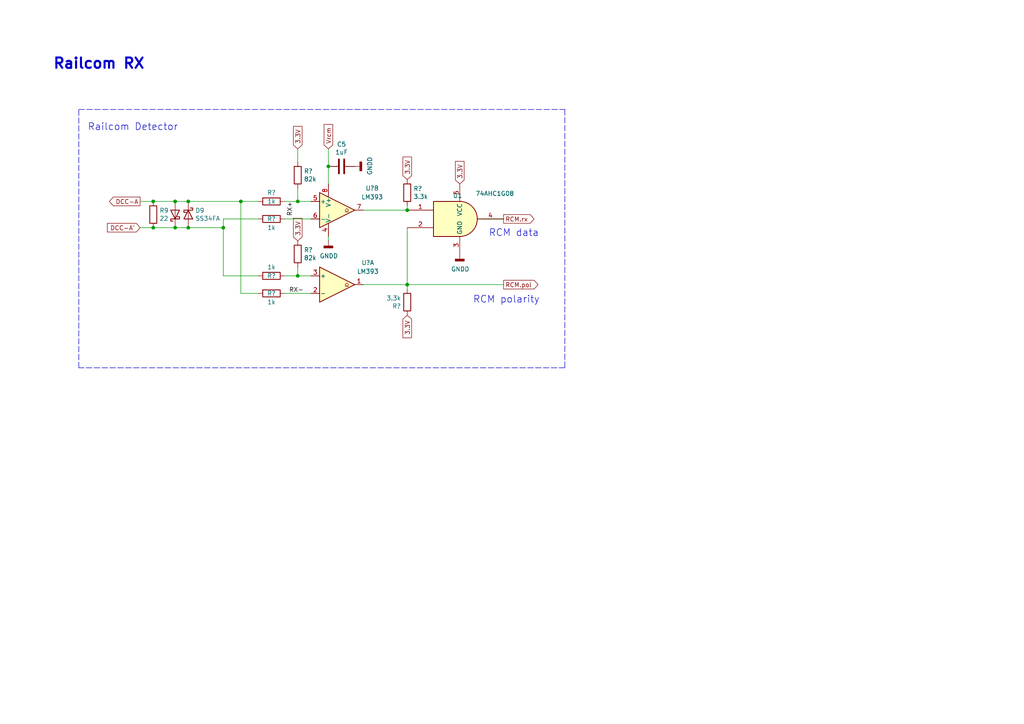
<source format=kicad_sch>
(kicad_sch (version 20250114) (generator "eeschema") (generator_version "9.0")
  (paper "A4")
  (title_block (title "RTB C12 Module") (date "2025-09-22") (rev "2") (company "Frank Schumacher") (comment 1 "Booster"))
  (lib_symbols
    (symbol "74xGxx:74AHC1G08"
      (property "Reference" "U" (at -2.54 3.81 0))
      (property "Value" "74AHC1G08" (at 0 -3.81 0))
      (symbol "74AHC1G08_0_1"
        (arc (start 0 5.08) (mid 5.0579 0) (end 0 -5.08) (stroke (width 0.254)) (fill (type background)))
        (polyline (pts (xy 0 -5.08) (xy -7.62 -5.08) (xy -7.62 5.08) (xy 0 5.08)) (stroke (width 0.254)) (fill (type background)))
      )
      (symbol "74AHC1G08_1_1"
        (pin input line (at -15.24 2.54 0) (length 7.62) (name "~") (number "1"))
        (pin input line (at -15.24 -2.54 0) (length 7.62) (name "~") (number "2"))
        (pin power_in line (at 0 10.16 270) (length 5.08) (name "VCC") (number "5"))
        (pin power_in line (at 0 -10.16 90) (length 5.08) (name "GND") (number "3"))
        (pin output line (at 12.7 0 180) (length 7.62) (name "~") (number "4"))
      )
    )
    (symbol "Comparator:LM393" (pin_names (offset 0.127))
      (property "Reference" "U" (at 3.81 3.81 0))
      (property "Value" "LM393" (at 6.35 -3.81 0))
      (symbol "LM393_1_1"
        (polyline (pts (xy -5.08 5.08) (xy 5.08 0) (xy -5.08 -5.08) (xy -5.08 5.08)) (stroke (width 0.254)) (fill (type background)))
        (polyline (pts (xy 3.302 -0.508) (xy 2.794 -0.508) (xy 3.302 0) (xy 2.794 0.508) (xy 2.286 0) (xy 2.794 -0.508) (xy 2.286 -0.508)) (stroke (width 0.127)))
        (pin input line (at -7.62 2.54 0) (length 2.54) (name "+") (number "3"))
        (pin input line (at -7.62 -2.54 0) (length 2.54) (name "-") (number "2"))
        (pin open_collector line (at 7.62 0 180) (length 2.54) (name "~") (number "1"))
      )
      (symbol "LM393_2_1"
        (polyline (pts (xy -5.08 5.08) (xy 5.08 0) (xy -5.08 -5.08) (xy -5.08 5.08)) (stroke (width 0.254)) (fill (type background)))
        (polyline (pts (xy 3.302 -0.508) (xy 2.794 -0.508) (xy 3.302 0) (xy 2.794 0.508) (xy 2.286 0) (xy 2.794 -0.508) (xy 2.286 -0.508)) (stroke (width 0.127)))
        (pin input line (at -7.62 2.54 0) (length 2.54) (name "+") (number "5"))
        (pin input line (at -7.62 -2.54 0) (length 2.54) (name "-") (number "6"))
        (pin open_collector line (at 7.62 0 180) (length 2.54) (name "~") (number "7"))
      )
      (symbol "LM393_3_1"
        (pin power_in line (at -2.54 7.62 270) (length 3.81) (name "V+") (number "8"))
        (pin power_in line (at -2.54 -7.62 90) (length 3.81) (name "V-") (number "4"))
      )
    )
    (symbol "Device:C" (pin_numbers (hide yes)) (pin_names (offset 0.254))
      (property "Reference" "C" (at 0.635 2.54 0))
      (property "Value" "C" (at 0.635 -2.54 0))
      (symbol "C_0_1"
        (polyline (pts (xy -2.032 0.762) (xy 2.032 0.762)) (stroke (width 0.508)))
        (polyline (pts (xy -2.032 -0.762) (xy 2.032 -0.762)) (stroke (width 0.508)))
      )
      (symbol "C_1_1"
        (pin passive line (at 0 3.81 270) (length 2.794) (name "~") (number "1"))
        (pin passive line (at 0 -3.81 90) (length 2.794) (name "~") (number "2"))
      )
    )
    (symbol "Device:R" (pin_numbers (hide yes)) (pin_names (offset 0))
      (property "Reference" "R" (at 2.032 0 90))
      (property "Value" "R" (at 0 0 90))
      (symbol "R_0_1"
        (rectangle (start -1.016 -2.54) (end 1.016 2.54) (stroke (width 0.254)))
      )
      (symbol "R_1_1"
        (pin passive line (at 0 3.81 270) (length 1.27) (name "~") (number "1"))
        (pin passive line (at 0 -3.81 90) (length 1.27) (name "~") (number "2"))
      )
    )
    (symbol "Diode:BAT41" (pin_numbers (hide yes)) (pin_names (offset 1.016) (hide yes))
      (property "Reference" "D" (at 0 2.54 0))
      (property "Value" "BAT41" (at 0 -2.54 0))
      (symbol "BAT41_0_1"
        (polyline (pts (xy -1.905 0.635) (xy -1.905 1.27) (xy -1.27 1.27) (xy -1.27 -1.27) (xy -0.635 -1.27) (xy -0.635 -0.635)) (stroke (width 0.254)))
        (polyline (pts (xy 1.27 1.27) (xy 1.27 -1.27) (xy -1.27 0) (xy 1.27 1.27)) (stroke (width 0.254)))
        (polyline (pts (xy 1.27 0) (xy -1.27 0)))
      )
      (symbol "BAT41_1_1"
        (pin passive line (at -3.81 0 0) (length 2.54) (name "K") (number "1"))
        (pin passive line (at 3.81 0 180) (length 2.54) (name "A") (number "2"))
      )
    )
    (symbol "power:GNDD" (power) (pin_numbers (hide yes)) (pin_names (offset 0) (hide yes))
      (property "Value" "GNDD" (at 0 -3.175 0))
      (symbol "GNDD_0_1"
        (rectangle (start -1.27 -1.524) (end 1.27 -2.032) (stroke (width 0.254)) (fill (type outline)))
        (polyline (pts (xy 0 0) (xy 0 -1.524)))
      )
      (symbol "GNDD_1_1"
        (pin power_in line (at 0 0 270) (length 0) (name "~") (number "1"))
      )
    )
  )
  (text "Railcom Detector" (at 25.4 38.1 0) (effects (font (size 2.0066 2.0066)) (justify left bottom)))
  (text "Railcom RX" (at 15.24 20.32 0) (effects (font (size 2.9972 2.9972) (thickness 0.5994) (bold yes)) (justify left bottom)))
  (text "RCM polarity" (at 137.16 88.138 0) (effects (font (size 2.0066 2.0066)) (justify left bottom)))
  (text "RCM data" (at 141.732 68.834 0) (effects (font (size 2.0066 2.0066)) (justify left bottom)))
  (junction (at 86.36 58.42))
  (junction (at 86.36 80.01))
  (junction (at 54.61 58.42))
  (junction (at 44.45 66.04))
  (junction (at 44.45 58.42))
  (junction (at 69.85 58.42))
  (junction (at 118.11 60.96))
  (junction (at 118.11 82.55))
  (junction (at 50.8 58.42))
  (junction (at 64.77 66.04))
  (junction (at 54.61 66.04))
  (junction (at 50.8 66.04))
  (junction (at 95.25 48.26))
  (wire (pts (xy 118.11 82.55) (xy 118.11 83.82)))
  (wire (pts (xy 69.85 58.42) (xy 54.61 58.42)))
  (wire (pts (xy 95.25 48.26) (xy 95.25 53.34)))
  (wire (pts (xy 118.11 59.69) (xy 118.11 60.96)))
  (wire (pts (xy 139.7 63.5) (xy 146.05 63.5)))
  (wire (pts (xy 74.93 80.01) (xy 64.77 80.01)))
  (wire (pts (xy 86.36 80.01) (xy 90.17 80.01)))
  (wire (pts (xy 105.41 60.96) (xy 118.11 60.96)))
  (wire (pts (xy 54.61 66.04) (xy 64.77 66.04)))
  (wire (pts (xy 44.45 58.42) (xy 50.8 58.42)))
  (wire (pts (xy 40.64 58.42) (xy 44.45 58.42)))
  (polyline (pts (xy 22.86 31.75) (xy 163.83 31.75)) (stroke (width 0) (type dash)))
  (wire (pts (xy 95.25 68.58) (xy 95.25 69.85)))
  (wire (pts (xy 86.36 77.47) (xy 86.36 80.01)))
  (wire (pts (xy 50.8 66.04) (xy 54.61 66.04)))
  (wire (pts (xy 118.11 66.04) (xy 118.11 82.55)))
  (wire (pts (xy 118.11 82.55) (xy 146.05 82.55)))
  (wire (pts (xy 86.36 54.61) (xy 86.36 58.42)))
  (polyline (pts (xy 163.83 106.68) (xy 22.86 106.68)) (stroke (width 0) (type dash)))
  (wire (pts (xy 40.64 66.04) (xy 44.45 66.04)))
  (wire (pts (xy 74.93 58.42) (xy 69.85 58.42)))
  (wire (pts (xy 64.77 63.5) (xy 64.77 66.04)))
  (wire (pts (xy 54.61 58.42) (xy 50.8 58.42)))
  (wire (pts (xy 95.25 43.18) (xy 95.25 48.26)))
  (wire (pts (xy 90.17 58.42) (xy 86.36 58.42)))
  (wire (pts (xy 64.77 66.04) (xy 64.77 80.01)))
  (wire (pts (xy 86.36 58.42) (xy 82.55 58.42)))
  (wire (pts (xy 69.85 85.09) (xy 69.85 58.42)))
  (wire (pts (xy 82.55 85.09) (xy 90.17 85.09)))
  (wire (pts (xy 44.45 66.04) (xy 50.8 66.04)))
  (wire (pts (xy 86.36 43.18) (xy 86.36 46.99)))
  (wire (pts (xy 82.55 80.01) (xy 86.36 80.01)))
  (polyline (pts (xy 22.86 106.68) (xy 22.86 31.75)) (stroke (width 0) (type dash)))
  (wire (pts (xy 74.93 85.09) (xy 69.85 85.09)))
  (wire (pts (xy 74.93 63.5) (xy 64.77 63.5)))
  (wire (pts (xy 82.55 63.5) (xy 90.17 63.5)))
  (polyline (pts (xy 163.83 31.75) (xy 163.83 106.68)) (stroke (width 0) (type dash)))
  (wire (pts (xy 105.41 82.55) (xy 118.11 82.55)))
  (label "RX-" (at 83.82 85.09 0))
  (label "RX+" (at 85.09 58.42 270))
  (global_label "DCC-A'" (shape input) (at 40.64 66.04 180) (property "Intersheetrefs" "${INTERSHEET_REFS}" (effects (hide yes))))
  (global_label "DCC-A" (shape output) (at 40.64 58.42 180) (property "Intersheetrefs" "${INTERSHEET_REFS}" (effects (hide yes))))
  (global_label "3.3V" (shape input) (at 86.36 43.18 90) (property "Intersheetrefs" "${INTERSHEET_REFS}" (effects (hide yes))))
  (global_label "3.3V" (shape input) (at 86.36 69.85 90) (property "Intersheetrefs" "${INTERSHEET_REFS}" (effects (hide yes))))
  (global_label "RCM.pol" (shape output) (at 146.05 82.55 0) (property "Intersheetrefs" "${INTERSHEET_REFS}" (effects (hide yes))))
  (global_label "3.3V" (shape input) (at 118.11 91.44 270) (property "Intersheetrefs" "${INTERSHEET_REFS}" (effects (hide yes))))
  (global_label "RCM.rx" (shape output) (at 146.05 63.5 0) (property "Intersheetrefs" "${INTERSHEET_REFS}" (effects (hide yes))))
  (global_label "3.3V" (shape input) (at 133.35 53.34 90) (property "Intersheetrefs" "${INTERSHEET_REFS}" (effects (hide yes))))
  (global_label "3.3V" (shape input) (at 118.11 52.07 90) (property "Intersheetrefs" "${INTERSHEET_REFS}" (effects (hide yes))))
  (global_label "Vrcm" (shape input) (at 95.25 43.18 90) (property "Intersheetrefs" "${INTERSHEET_REFS}" (effects (hide yes))))
  (symbol (lib_id "Comparator:LM393") (at 97.79 60.96 0) (unit 2)
    (property "Reference" "U4" (at 107.95 54.61 0))
    (property "Value" "LM393" (at 107.95 57.15 0))
    (property "Footprint" "RTB:DFN-8-1EP_NG_2x2mm_Pitch0.5mm" (effects (hide yes)))
    (property "Datasheet" "http://www.ti.com/lit/ds/symlink/lm393-n.pdf" (effects (hide yes)))
    (property "Description" "1mV 2 20nA 300ns 450uA DFN-8(2x2) Comparators" (effects (hide yes)))
    (property "LCSC Part #" "C2970927" (effects (hide yes)))
    (instances (project "" (path "" (reference "U?") (unit 2)) (path "" (reference "U4") (unit 2))))
  )
  (symbol (lib_id "Comparator:LM393") (at 97.79 60.96 0) (unit 3)
    (property "Reference" "U4" (effects (hide yes)))
    (property "Value" "LM393" (effects (hide yes)))
    (property "Footprint" "RTB:DFN-8-1EP_NG_2x2mm_Pitch0.5mm" (effects (hide yes)))
    (property "Datasheet" "http://www.ti.com/lit/ds/symlink/lm393-n.pdf" (effects (hide yes)))
    (property "Description" "1mV 2 20nA 300ns 450uA DFN-8(2x2) Comparators" (effects (hide yes)))
    (property "LCSC Part #" "C2970927" (effects (hide yes)))
    (instances (project "" (path "" (reference "U?") (unit 3)) (path "" (reference "U4") (unit 3))))
  )
  (symbol (lib_id "Comparator:LM393") (at 97.79 82.55 0) (unit 1)
    (property "Reference" "U4" (at 106.68 76.2 0))
    (property "Value" "LM393" (at 106.68 78.74 0))
    (property "Footprint" "RTB:DFN-8-1EP_NG_2x2mm_Pitch0.5mm" (effects (hide yes)))
    (property "Datasheet" "http://www.ti.com/lit/ds/symlink/lm393-n.pdf" (effects (hide yes)))
    (property "Description" "1mV 2 20nA 300ns 450uA DFN-8(2x2) Comparators" (effects (hide yes)))
    (property "LCSC Part #" "C2970927" (effects (hide yes)))
    (instances (project "" (path "" (reference "U?") (unit 1)) (path "" (reference "U4") (unit 1))))
  )
  (symbol (lib_id "Device:R") (at 78.74 58.42 90) (unit 1)
    (property "Reference" "R5" (at 78.74 55.88 90))
    (property "Value" "1k" (at 78.74 58.42 90))
    (property "Footprint" "Resistor_SMD:R_0603_1608Metric" (effects (hide yes)))
    (property "Description" "100mW 1kΩ 75V Thick Film Resistor ±1%" (effects (hide yes)))
    (property "LCSC Part #" "C21190" (effects (hide yes)))
    (instances (project "" (path "" (reference "R?") (unit 1)) (path "" (reference "R5") (unit 1))))
  )
  (symbol (lib_id "Device:R") (at 86.36 50.8 0) (unit 1)
    (property "Reference" "R7" (at 88.138 49.6316 0) (effects (justify left)))
    (property "Value" "82k" (at 88.138 51.943 0) (effects (justify left)))
    (property "Footprint" "Resistor_SMD:R_0603_1608Metric" (effects (hide yes)))
    (property "Description" "100mW 75V 82kΩ Thick Film Resistor ±1%" (effects (hide yes)))
    (property "LCSC Part #" "C23254" (effects (hide yes)))
    (instances (project "" (path "" (reference "R?") (unit 1)) (path "" (reference "R7") (unit 1))))
  )
  (symbol (lib_id "Device:R") (at 78.74 85.09 90) (unit 1)
    (property "Reference" "R6" (at 78.74 85.09 90))
    (property "Value" "1k" (at 78.74 87.63 90))
    (property "Footprint" "Resistor_SMD:R_0603_1608Metric" (effects (hide yes)))
    (property "Description" "100mW 1kΩ 75V Thick Film Resistor ±1%" (effects (hide yes)))
    (property "LCSC Part #" "C21190" (effects (hide yes)))
    (instances (project "" (path "" (reference "R?") (unit 1)) (path "" (reference "R6") (unit 1))))
  )
  (symbol (lib_id "power:GNDD") (at 95.25 69.85 0) (unit 1)
    (property "Reference" "#PWR02" (effects (hide yes)))
    (property "Value" "GNDD" (at 95.377 74.2442 0))
    (instances (project "" (path "" (reference "#PWR?") (unit 1)) (path "" (reference "#PWR02") (unit 1))))
  )
  (symbol (lib_id "Device:R") (at 118.11 55.88 0) (unit 1)
    (property "Reference" "R19" (at 119.888 54.7116 0) (effects (justify left)))
    (property "Value" "3.3k" (at 119.888 57.023 0) (effects (justify left)))
    (property "Footprint" "Resistor_SMD:R_0402_1005Metric" (effects (hide yes)))
    (property "Description" "100mW 3.3kΩ 75V Thick Film Resistor ±1%" (effects (hide yes)))
    (property "LCSC Part #" "C25890" (effects (hide yes)))
    (instances (project "" (path "" (reference "R?") (unit 1)) (path "" (reference "R19") (unit 1))))
  )
  (symbol (lib_id "Device:R") (at 78.74 80.01 90) (unit 1)
    (property "Reference" "R3" (at 78.74 80.01 90))
    (property "Value" "1k" (at 78.74 77.47 90))
    (property "Footprint" "Resistor_SMD:R_0603_1608Metric" (effects (hide yes)))
    (property "Description" "100mW 1kΩ 75V Thick Film Resistor ±1%" (effects (hide yes)))
    (property "LCSC Part #" "C21190" (effects (hide yes)))
    (instances (project "" (path "" (reference "R?") (unit 1)) (path "" (reference "R3") (unit 1))))
  )
  (symbol (lib_id "Device:R") (at 78.74 63.5 90) (unit 1)
    (property "Reference" "R4" (at 78.74 63.5 90))
    (property "Value" "1k" (at 78.74 66.04 90))
    (property "Footprint" "Resistor_SMD:R_0603_1608Metric" (effects (hide yes)))
    (property "Description" "100mW 1kΩ 75V Thick Film Resistor ±1%" (effects (hide yes)))
    (property "LCSC Part #" "C21190" (effects (hide yes)))
    (instances (project "" (path "" (reference "R?") (unit 1)) (path "" (reference "R4") (unit 1))))
  )
  (symbol (lib_id "Device:R") (at 86.36 73.66 0) (unit 1)
    (property "Reference" "R8" (at 88.138 72.4916 0) (effects (justify left)))
    (property "Value" "82k" (at 88.138 74.803 0) (effects (justify left)))
    (property "Footprint" "Resistor_SMD:R_0603_1608Metric" (effects (hide yes)))
    (property "Description" "100mW 75V 82kΩ Thick Film Resistor ±1%" (effects (hide yes)))
    (property "LCSC Part #" "C23254" (effects (hide yes)))
    (instances (project "" (path "" (reference "R?") (unit 1)) (path "" (reference "R8") (unit 1))))
  )
  (symbol (lib_id "Diode:BAT41") (at 54.61 62.23 270) (unit 1)
    (property "Reference" "D9" (at 56.6166 61.0616 90) (effects (justify left)))
    (property "Value" "SS34FA" (at 56.6166 63.373 90) (effects (justify left)))
    (property "Footprint" "Diode_SMD:D_SOD-123F" (effects (hide yes)))
    (property "Datasheet" "https://www.mouser.de/ProductDetail/512-SS34FA" (effects (hide yes)))
    (property "Description" "3A 40V 500mV@3A 500uA@40V 80A Independent SOD-123FL Schottky Diodes" (effects (hide yes)))
    (property "LCSC Part #" "C719833" (effects (hide yes)))
  )
  (symbol (lib_id "Diode:BAT41") (at 50.8 62.23 90) (unit 1)
    (property "Reference" "D6" (effects (hide yes)))
    (property "Value" "SS34FA" (effects (hide yes)))
    (property "Footprint" "Diode_SMD:D_SOD-123F" (effects (hide yes)))
    (property "Datasheet" "https://www.mouser.de/ProductDetail/512-SS34FA" (effects (hide yes)))
    (property "Description" "3A 40V 500mV@3A 500uA@40V 80A Independent SOD-123FL Schottky Diodes" (effects (hide yes)))
    (property "LCSC Part #" "C719833" (effects (hide yes)))
  )
  (symbol (lib_id "Device:R") (at 44.45 62.23 0) (unit 1)
    (property "Reference" "R9" (at 46.228 61.0616 0) (effects (justify left)))
    (property "Value" "22" (at 46.228 63.373 0) (effects (justify left)))
    (property "Footprint" "Resistor_SMD:R_0805_2012Metric" (effects (hide yes)))
    (property "Description" "125mW 150V 22Ω Thick Film Resistor ±1%" (effects (hide yes)))
    (property "LCSC Part #" "C17561" (effects (hide yes)))
  )
  (symbol (lib_id "Device:C") (at 99.06 48.26 270) (unit 1)
    (property "Reference" "C5" (at 99.06 41.8592 90))
    (property "Value" "1uF" (at 99.06 44.1706 90))
    (property "Footprint" "Capacitor_SMD:C_0603_1608Metric" (effects (hide yes)))
    (property "Description" "1uF 50V X5R ±10% 0603 MLCC" (effects (hide yes)))
    (property "LCSC Part #" "C15849" (effects (hide yes)))
  )
  (symbol (lib_id "power:GNDD") (at 102.87 48.26 90) (unit 1)
    (property "Reference" "#PWR0101" (effects (hide yes)))
    (property "Value" "GNDD" (at 107.2642 48.133 0))
    (instances (project "" (path "" (reference "#PWR?") (unit 1)) (path "" (reference "#PWR0101") (unit 1))))
  )
  (symbol (lib_id "74xGxx:74AHC1G08") (at 133.35 63.5 0) (unit 1)
    (property "Reference" "U1" (at 132.715 56.7182 0))
    (property "Value" "74AHC1G08" (at 143.51 56.134 0))
    (property "Footprint" "Package_TO_SOT_SMD:SOT-353_SC-70-5" (effects (hide yes)))
    (property "Datasheet" "http://www.ti.com/lit/sg/scyt129e/scyt129e.pdf" (effects (hide yes)))
    (property "Description" "1.5V~3.85V 1uA 2V~5.5V 500mV~1.65V 7.9ns@5V,50pF 74AHC Series 8mA 8mA AND Gate SOT-353 Logic Gates" (effects (hide yes)))
    (property "LCSC Part #" "C12490" (effects (hide yes)))
  )
  (symbol (lib_id "Device:R") (at 118.11 87.63 180) (unit 1)
    (property "Reference" "R1" (at 116.332 88.7984 0) (effects (justify left)))
    (property "Value" "3.3k" (at 116.332 86.487 0) (effects (justify left)))
    (property "Footprint" "Resistor_SMD:R_0402_1005Metric" (effects (hide yes)))
    (property "Description" "100mW 3.3kΩ 75V Thick Film Resistor ±1%" (effects (hide yes)))
    (property "LCSC Part #" "C25890" (effects (hide yes)))
    (instances (project "" (path "" (reference "R?") (unit 1)) (path "" (reference "R1") (unit 1))))
  )
  (symbol (lib_id "power:GNDD") (at 133.35 73.66 0) (unit 1)
    (property "Reference" "#PWR03" (effects (hide yes)))
    (property "Value" "GNDD" (at 133.477 78.0542 0))
  )
)
</source>
